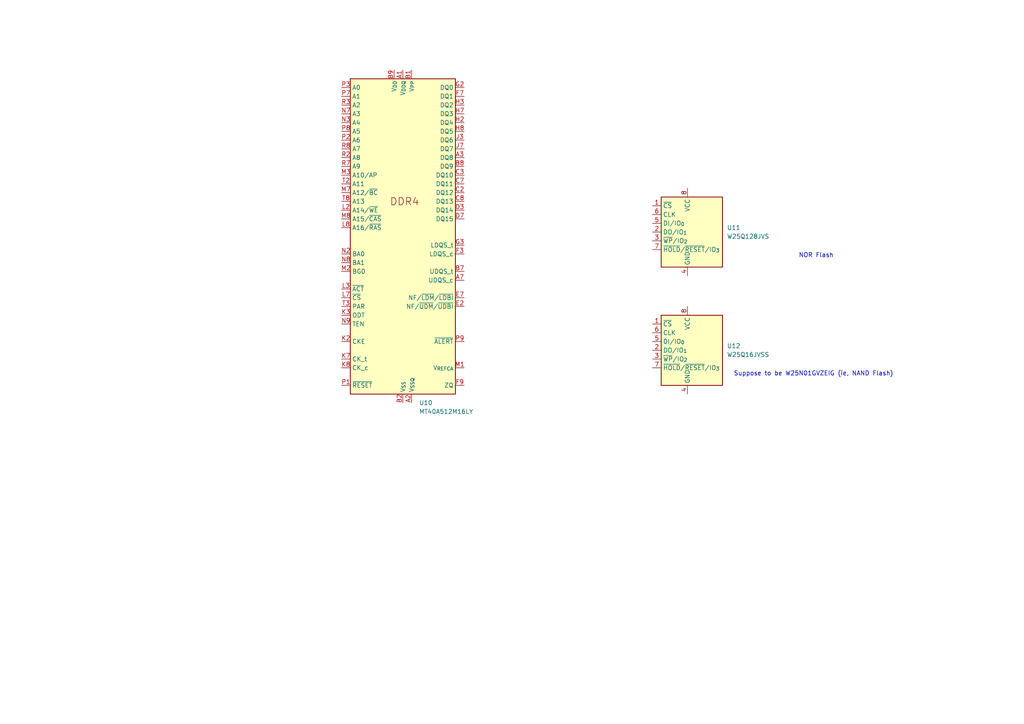
<source format=kicad_sch>
(kicad_sch (version 20250114) (generator "eeschema") (generator_version "9.0")
  (paper "A4")
  (lib_symbols
    (symbol "Memory_Flash:W25Q128JVS"
      (property "Reference" "U" (at -6.35 11.43 0))
      (property "Value" "W25Q128JVS" (at 7.62 11.43 0))
      (symbol "W25Q128JVS_0_1"
        (rectangle (start -7.62 10.16) (end 10.16 -10.16) (stroke (width 0.254)) (fill (type background)))
      )
      (symbol "W25Q128JVS_1_1"
        (pin input line (at -10.16 7.62 0) (length 2.54) (name "~{CS}") (number "1"))
        (pin input line (at -10.16 5.08 0) (length 2.54) (name "CLK") (number "6"))
        (pin bidirectional line (at -10.16 2.54 0) (length 2.54) (name "DI/IO_{0}") (number "5"))
        (pin bidirectional line (at -10.16 0 0) (length 2.54) (name "DO/IO_{1}") (number "2"))
        (pin bidirectional line (at -10.16 -2.54 0) (length 2.54) (name "~{WP}/IO_{2}") (number "3"))
        (pin bidirectional line (at -10.16 -5.08 0) (length 2.54) (name "~{HOLD}/~{RESET}/IO_{3}") (number "7"))
        (pin power_in line (at 0 12.7 270) (length 2.54) (name "VCC") (number "8"))
        (pin power_in line (at 0 -12.7 90) (length 2.54) (name "GND") (number "4"))
      )
    )
    (symbol "Memory_Flash:W25Q16JVSS"
      (property "Reference" "U" (at -6.35 11.43 0))
      (property "Value" "W25Q16JVSS" (at 7.62 11.43 0))
      (symbol "W25Q16JVSS_0_1"
        (rectangle (start -7.62 10.16) (end 10.16 -10.16) (stroke (width 0.254)) (fill (type background)))
      )
      (symbol "W25Q16JVSS_1_1"
        (pin input line (at -10.16 7.62 0) (length 2.54) (name "~{CS}") (number "1"))
        (pin input line (at -10.16 5.08 0) (length 2.54) (name "CLK") (number "6"))
        (pin bidirectional line (at -10.16 2.54 0) (length 2.54) (name "DI/IO_{0}") (number "5"))
        (pin bidirectional line (at -10.16 0 0) (length 2.54) (name "DO/IO_{1}") (number "2"))
        (pin bidirectional line (at -10.16 -2.54 0) (length 2.54) (name "~{WP}/IO_{2}") (number "3"))
        (pin bidirectional line (at -10.16 -5.08 0) (length 2.54) (name "~{HOLD}/~{RESET}/IO_{3}") (number "7"))
        (pin power_in line (at 0 12.7 270) (length 2.54) (name "VCC") (number "8"))
        (pin power_in line (at 0 -12.7 90) (length 2.54) (name "GND") (number "4"))
      )
    )
    (symbol "Memory_RAM:MT40A512M16LY"
      (property "Reference" "U" (at -15.24 48.26 0))
      (property "Value" "MT40A512M16LY" (at 13.97 48.26 0))
      (symbol "MT40A512M16LY_0_1"
        (rectangle (start -15.24 45.72) (end 15.24 -45.72) (stroke (width 0.254)) (fill (type background)))
        (pin input line (at -17.78 43.18 0) (length 2.54) (name "A0") (number "P3"))
        (pin input line (at -17.78 40.64 0) (length 2.54) (name "A1") (number "P7"))
        (pin input line (at -17.78 38.1 0) (length 2.54) (name "A2") (number "R3"))
        (pin input line (at -17.78 35.56 0) (length 2.54) (name "A3") (number "N7"))
        (pin input line (at -17.78 33.02 0) (length 2.54) (name "A4") (number "N3"))
        (pin input line (at -17.78 30.48 0) (length 2.54) (name "A5") (number "P8"))
        (pin input line (at -17.78 27.94 0) (length 2.54) (name "A6") (number "P2"))
        (pin input line (at -17.78 25.4 0) (length 2.54) (name "A7") (number "R8"))
        (pin input line (at -17.78 22.86 0) (length 2.54) (name "A8") (number "R2"))
        (pin input line (at -17.78 20.32 0) (length 2.54) (name "A9") (number "R7"))
        (pin input line (at -17.78 17.78 0) (length 2.54) (name "A10/AP") (number "M3"))
        (pin input line (at -17.78 15.24 0) (length 2.54) (name "A11") (number "T2"))
        (pin input line (at -17.78 12.7 0) (length 2.54) (name "A12/~{BC}") (number "M7"))
        (pin input line (at -17.78 10.16 0) (length 2.54) (name "A13") (number "T8"))
        (pin input line (at -17.78 7.62 0) (length 2.54) (name "A14/~{WE}") (number "L2"))
        (pin input line (at -17.78 5.08 0) (length 2.54) (name "A15/~{CAS}") (number "M8"))
        (pin input line (at -17.78 2.54 0) (length 2.54) (name "A16/~{RAS}") (number "L8"))
        (pin input line (at -17.78 -5.08 0) (length 2.54) (name "BA0") (number "N2"))
        (pin input line (at -17.78 -7.62 0) (length 2.54) (name "BA1") (number "N8"))
        (pin input line (at -17.78 -10.16 0) (length 2.54) (name "BG0") (number "M2"))
        (pin input line (at -17.78 -15.24 0) (length 2.54) (name "~{ACT}") (number "L3"))
        (pin input line (at -17.78 -17.78 0) (length 2.54) (name "~{CS}") (number "L7"))
        (pin input line (at -17.78 -20.32 0) (length 2.54) (name "PAR") (number "T3"))
        (pin input line (at -17.78 -22.86 0) (length 2.54) (name "ODT") (number "K3"))
        (pin input line (at -17.78 -25.4 0) (length 2.54) (name "TEN") (number "N9"))
        (pin input line (at -17.78 -30.48 0) (length 2.54) (name "CKE") (number "K2"))
        (pin input line (at -17.78 -35.56 0) (length 2.54) (name "CK_t") (number "K7"))
        (pin input line (at -17.78 -38.1 0) (length 2.54) (name "CK_c") (number "K8"))
        (pin input line (at -17.78 -43.18 0) (length 2.54) (name "~{RESET}") (number "P1"))
        (pin no_connect line (at -15.24 0 0) (length 2.54) (hide yes) (name "NF/NC") (number "T7"))
        (pin passive line (at -2.54 48.26 270) (length 2.54) (hide yes) (name "V_{DD}") (number "B3"))
        (pin power_in line (at -2.54 48.26 270) (length 2.54) (name "V_{DD}") (number "B9"))
        (pin passive line (at -2.54 48.26 270) (length 2.54) (hide yes) (name "V_{DD}") (number "D1"))
        (pin passive line (at -2.54 48.26 270) (length 2.54) (hide yes) (name "V_{DD}") (number "G7"))
        (pin passive line (at -2.54 48.26 270) (length 2.54) (hide yes) (name "V_{DD}") (number "J1"))
        (pin passive line (at -2.54 48.26 270) (length 2.54) (hide yes) (name "V_{DD}") (number "J9"))
        (pin passive line (at -2.54 48.26 270) (length 2.54) (hide yes) (name "V_{DD}") (number "L1"))
        (pin passive line (at -2.54 48.26 270) (length 2.54) (hide yes) (name "V_{DD}") (number "L9"))
        (pin passive line (at -2.54 48.26 270) (length 2.54) (hide yes) (name "V_{DD}") (number "R1"))
        (pin passive line (at -2.54 48.26 270) (length 2.54) (hide yes) (name "V_{DD}") (number "T9"))
        (pin power_in line (at 0 48.26 270) (length 2.54) (name "V_{DDQ}") (number "A1"))
        (pin passive line (at 0 48.26 270) (length 2.54) (hide yes) (name "V_{DDQ}") (number "A9"))
        (pin passive line (at 0 48.26 270) (length 2.54) (hide yes) (name "V_{DDQ}") (number "C1"))
        (pin passive line (at 0 48.26 270) (length 2.54) (hide yes) (name "V_{DDQ}") (number "D9"))
        (pin passive line (at 0 48.26 270) (length 2.54) (hide yes) (name "V_{DDQ}") (number "F2"))
        (pin passive line (at 0 48.26 270) (length 2.54) (hide yes) (name "V_{DDQ}") (number "F8"))
        (pin passive line (at 0 48.26 270) (length 2.54) (hide yes) (name "V_{DDQ}") (number "G1"))
        (pin passive line (at 0 48.26 270) (length 2.54) (hide yes) (name "V_{DDQ}") (number "G9"))
        (pin passive line (at 0 48.26 270) (length 2.54) (hide yes) (name "V_{DDQ}") (number "J2"))
        (pin passive line (at 0 48.26 270) (length 2.54) (hide yes) (name "V_{DDQ}") (number "J8"))
        (pin power_in line (at 0 -48.26 90) (length 2.54) (name "V_{SS}") (number "B2"))
        (pin passive line (at 0 -48.26 90) (length 2.54) (hide yes) (name "V_{SS}") (number "E1"))
        (pin passive line (at 0 -48.26 90) (length 2.54) (hide yes) (name "V_{SS}") (number "E9"))
        (pin passive line (at 0 -48.26 90) (length 2.54) (hide yes) (name "V_{SS}") (number "G8"))
        (pin passive line (at 0 -48.26 90) (length 2.54) (hide yes) (name "V_{SS}") (number "K1"))
        (pin passive line (at 0 -48.26 90) (length 2.54) (hide yes) (name "V_{SS}") (number "K9"))
        (pin passive line (at 0 -48.26 90) (length 2.54) (hide yes) (name "V_{SS}") (number "M9"))
        (pin passive line (at 0 -48.26 90) (length 2.54) (hide yes) (name "V_{SS}") (number "N1"))
        (pin passive line (at 0 -48.26 90) (length 2.54) (hide yes) (name "V_{SS}") (number "T1"))
        (pin power_in line (at 2.54 48.26 270) (length 2.54) (name "V_{PP}") (number "B1"))
        (pin passive line (at 2.54 48.26 270) (length 2.54) (hide yes) (name "V_{PP}") (number "R9"))
        (pin power_in line (at 2.54 -48.26 90) (length 2.54) (name "V_{SSQ}") (number "A2"))
        (pin passive line (at 2.54 -48.26 90) (length 2.54) (hide yes) (name "V_{SSQ}") (number "A8"))
        (pin passive line (at 2.54 -48.26 90) (length 2.54) (hide yes) (name "V_{SSQ}") (number "C9"))
        (pin passive line (at 2.54 -48.26 90) (length 2.54) (hide yes) (name "V_{SSQ}") (number "D2"))
        (pin passive line (at 2.54 -48.26 90) (length 2.54) (hide yes) (name "V_{SSQ}") (number "D8"))
        (pin passive line (at 2.54 -48.26 90) (length 2.54) (hide yes) (name "V_{SSQ}") (number "E3"))
        (pin passive line (at 2.54 -48.26 90) (length 2.54) (hide yes) (name "V_{SSQ}") (number "E8"))
        (pin passive line (at 2.54 -48.26 90) (length 2.54) (hide yes) (name "V_{SSQ}") (number "F1"))
        (pin passive line (at 2.54 -48.26 90) (length 2.54) (hide yes) (name "V_{SSQ}") (number "H1"))
        (pin passive line (at 2.54 -48.26 90) (length 2.54) (hide yes) (name "V_{SSQ}") (number "H9"))
        (pin bidirectional line (at 17.78 43.18 180) (length 2.54) (name "DQ0") (number "G2"))
        (pin bidirectional line (at 17.78 40.64 180) (length 2.54) (name "DQ1") (number "F7"))
        (pin bidirectional line (at 17.78 38.1 180) (length 2.54) (name "DQ2") (number "H3"))
        (pin bidirectional line (at 17.78 35.56 180) (length 2.54) (name "DQ3") (number "H7"))
        (pin bidirectional line (at 17.78 33.02 180) (length 2.54) (name "DQ4") (number "H2"))
        (pin bidirectional line (at 17.78 30.48 180) (length 2.54) (name "DQ5") (number "H8"))
        (pin bidirectional line (at 17.78 27.94 180) (length 2.54) (name "DQ6") (number "J3"))
        (pin bidirectional line (at 17.78 25.4 180) (length 2.54) (name "DQ7") (number "J7"))
        (pin bidirectional line (at 17.78 22.86 180) (length 2.54) (name "DQ8") (number "A3"))
        (pin bidirectional line (at 17.78 20.32 180) (length 2.54) (name "DQ9") (number "B8"))
        (pin bidirectional line (at 17.78 17.78 180) (length 2.54) (name "DQ10") (number "C3"))
        (pin bidirectional line (at 17.78 15.24 180) (length 2.54) (name "DQ11") (number "C7"))
        (pin bidirectional line (at 17.78 12.7 180) (length 2.54) (name "DQ12") (number "C2"))
        (pin bidirectional line (at 17.78 10.16 180) (length 2.54) (name "DQ13") (number "C8"))
        (pin bidirectional line (at 17.78 7.62 180) (length 2.54) (name "DQ14") (number "D3"))
        (pin bidirectional line (at 17.78 5.08 180) (length 2.54) (name "DQ15") (number "D7"))
        (pin bidirectional line (at 17.78 -2.54 180) (length 2.54) (name "LDQS_t") (number "G3"))
        (pin bidirectional line (at 17.78 -5.08 180) (length 2.54) (name "LDQS_c") (number "F3"))
        (pin bidirectional line (at 17.78 -10.16 180) (length 2.54) (name "UDQS_t") (number "B7"))
        (pin bidirectional line (at 17.78 -12.7 180) (length 2.54) (name "UDQS_c") (number "A7"))
        (pin bidirectional line (at 17.78 -17.78 180) (length 2.54) (name "NF/~{LDM}/~{LDBI}") (number "E7"))
        (pin bidirectional line (at 17.78 -20.32 180) (length 2.54) (name "NF/~{UDM}/~{UDBI}") (number "E2"))
        (pin open_collector line (at 17.78 -30.48 180) (length 2.54) (name "~{ALERT}") (number "P9"))
        (pin passive line (at 17.78 -38.1 180) (length 2.54) (name "V_{REFCA}") (number "M1"))
        (pin passive line (at 17.78 -43.18 180) (length 2.54) (name "ZQ") (number "F9"))
      )
      (symbol "MT40A512M16LY_1_1"
        (text "DDR4" (at -3.81 8.89 0) (effects (font (size 2.1336 2.1336)) (justify left bottom)))
      )
    )
  )
  (text "NOR Flash" (at 236.728 74.168 0) (effects (font (size 1.27 1.27) (thickness 0.1588))))
  (text "Suppose to be W25N01GVZEIG (ie, NAND Flash)" (at 235.966 108.458 0) (effects (font (size 1.27 1.27) (thickness 0.1588))))
  (symbol (lib_id "Memory_Flash:W25Q128JVS") (at 199.39 67.31 0) (unit 1)
    (property "Reference" "U11" (at 210.82 66.0399 0) (effects (justify left)))
    (property "Value" "W25Q128JVS" (at 210.82 68.5799 0) (effects (justify left)))
    (property "Footprint" "Package_SO:SOIC-8_5.3x5.3mm_P1.27mm" (effects (hide yes)))
    (property "Datasheet" "https://www.winbond.com/resource-files/w25q128jv_dtr%20revc%2003272018%20plus.pdf" (effects (hide yes)))
    (property "Description" "128Mbit / 16MiB Serial Flash Memory, Standard/Dual/Quad SPI, 2.7-3.6V, SOIC-8" (effects (hide yes)))
  )
  (symbol (lib_id "Memory_Flash:W25Q16JVSS") (at 199.39 101.6 0) (unit 1)
    (property "Reference" "U12" (at 210.82 100.3299 0) (effects (justify left)))
    (property "Value" "W25Q16JVSS" (at 210.82 102.8699 0) (effects (justify left)))
    (property "Footprint" "Package_SO:SOIC-8_5.3x5.3mm_P1.27mm" (effects (hide yes)))
    (property "Datasheet" "https://www.winbond.com/hq/support/documentation/levelOne.jsp?__locale=en&DocNo=DA00-W25Q16JV.1" (effects (hide yes)))
    (property "Description" "16Mbit / 2MiB Serial Flash Memory, Standard/Dual/Quad SPI, 2.7-3.6V, SOIC-8 (208 mil)" (effects (hide yes)))
  )
  (symbol (lib_id "Memory_RAM:MT40A512M16LY") (at 116.84 68.58 0) (unit 1)
    (property "Reference" "U10" (at 121.5233 116.84 0) (effects (justify left)))
    (property "Value" "MT40A512M16LY" (at 121.5233 119.38 0) (effects (justify left)))
    (property "Footprint" "Package_BGA:Micron_FBGA-96_7.5x13.5mm_Layout9x16_P0.8mm" (effects (hide yes)))
    (property "Datasheet" "https://eu.mouser.com/datasheet/2/671/8gb_ddr4_sdram-3178955.pdf" (effects (hide yes)))
    (property "Description" "512M x 16-bit (8 Gbit) CMOS Double Data Rate IV Synchronous RAM, Rev. D / E / H, FBGA-96" (effects (hide yes)))
  )
)
</source>
